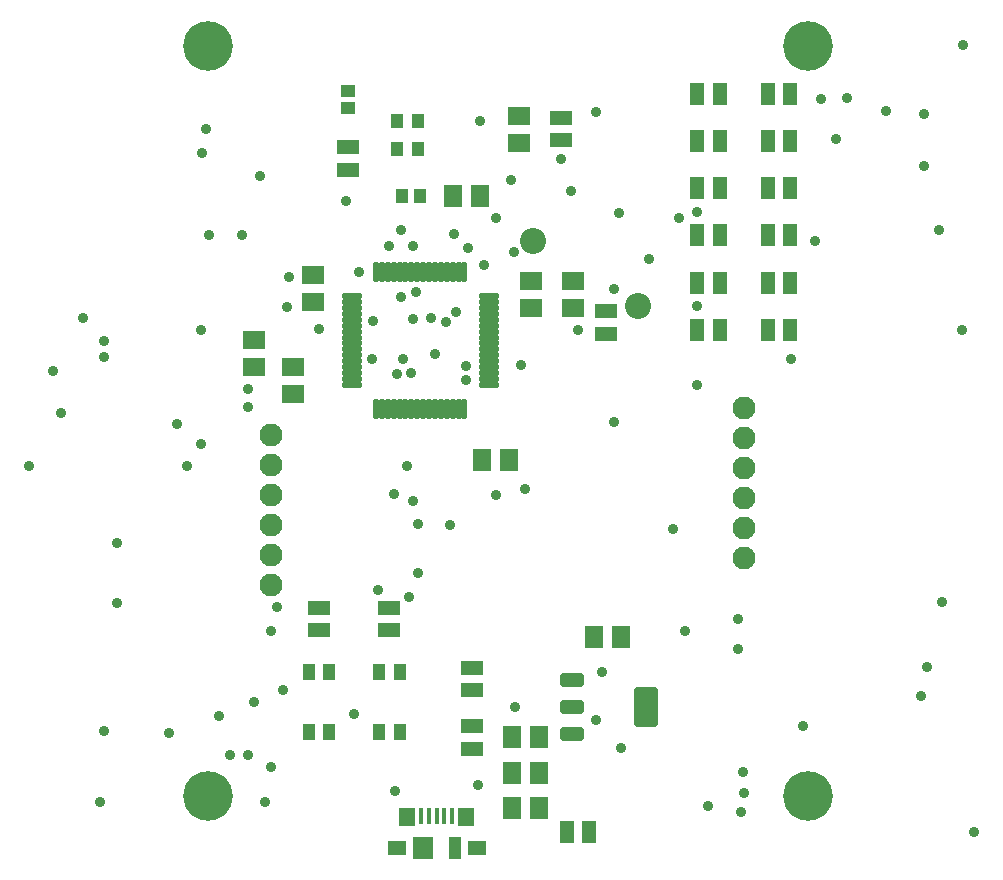
<source format=gbr>
%TF.GenerationSoftware,Altium Limited,Altium Designer,23.3.1 (30)*%
G04 Layer_Color=8388736*
%FSLAX45Y45*%
%MOMM*%
%TF.SameCoordinates,5468FEB5-A0EC-45A8-B7CF-D9D5DC2F6AF5*%
%TF.FilePolarity,Negative*%
%TF.FileFunction,Soldermask,Top*%
%TF.Part,Single*%
G01*
G75*
%TA.AperFunction,SMDPad,CuDef*%
%ADD12R,1.05000X1.30000*%
%ADD15R,1.00000X1.45000*%
%TA.AperFunction,ConnectorPad*%
%ADD19R,1.65000X1.30000*%
%ADD20R,1.80000X1.90000*%
%ADD21R,1.00000X1.90000*%
%ADD22R,1.42500X1.55000*%
%ADD23R,0.45000X1.38000*%
%TA.AperFunction,SMDPad,CuDef*%
%ADD48C,2.20320*%
%ADD49R,1.90320X1.20320*%
G04:AMPARAMS|DCode=50|XSize=3.4032mm|YSize=1.9532mm|CornerRadius=0.1541mm|HoleSize=0mm|Usage=FLASHONLY|Rotation=90.000|XOffset=0mm|YOffset=0mm|HoleType=Round|Shape=RoundedRectangle|*
%AMROUNDEDRECTD50*
21,1,3.40320,1.64500,0,0,90.0*
21,1,3.09500,1.95320,0,0,90.0*
1,1,0.30820,0.82250,1.54750*
1,1,0.30820,0.82250,-1.54750*
1,1,0.30820,-0.82250,-1.54750*
1,1,0.30820,-0.82250,1.54750*
%
%ADD50ROUNDEDRECTD50*%
G04:AMPARAMS|DCode=51|XSize=1.1032mm|YSize=1.9532mm|CornerRadius=0.1511mm|HoleSize=0mm|Usage=FLASHONLY|Rotation=90.000|XOffset=0mm|YOffset=0mm|HoleType=Round|Shape=RoundedRectangle|*
%AMROUNDEDRECTD51*
21,1,1.10320,1.65100,0,0,90.0*
21,1,0.80100,1.95320,0,0,90.0*
1,1,0.30220,0.82550,0.40050*
1,1,0.30220,0.82550,-0.40050*
1,1,0.30220,-0.82550,-0.40050*
1,1,0.30220,-0.82550,0.40050*
%
%ADD51ROUNDEDRECTD51*%
%ADD52R,1.20320X1.00320*%
%ADD53R,1.00320X1.20320*%
%ADD54R,1.20320X1.90320*%
%ADD55O,1.80320X0.50320*%
%ADD56O,0.50320X1.80320*%
%ADD57R,1.60320X1.90320*%
%ADD58R,1.90320X1.60320*%
%TA.AperFunction,TestPad*%
%ADD59C,1.94000*%
%TA.AperFunction,ViaPad*%
%ADD60C,4.20320*%
%ADD61C,0.90320*%
D12*
X8712500Y9135000D02*
D03*
Y9365000D02*
D03*
X8887500D02*
D03*
Y9135000D02*
D03*
D15*
X8135000Y4192500D02*
D03*
X7965000D02*
D03*
X8135000Y4707500D02*
D03*
X7965000D02*
D03*
X8735000Y4192500D02*
D03*
X8565000D02*
D03*
X8735000Y4707500D02*
D03*
X8565000D02*
D03*
D19*
X8712498Y3214999D02*
D03*
X9387498D02*
D03*
D20*
X8935002D02*
D03*
D21*
X9204999D02*
D03*
D22*
X8801251Y3472500D02*
D03*
X9298751D02*
D03*
D23*
X8920001Y3480998D02*
D03*
X8985000D02*
D03*
X9049998D02*
D03*
X9115002D02*
D03*
X9180001D02*
D03*
D48*
X9869221Y8350227D02*
D03*
X10750222Y7799777D02*
D03*
D49*
X10100000Y9205001D02*
D03*
Y9394998D02*
D03*
X8650000Y5055001D02*
D03*
Y5244998D02*
D03*
X8050002Y5055001D02*
D03*
Y5244998D02*
D03*
X8299999Y8954999D02*
D03*
Y9145001D02*
D03*
X10487352Y7758496D02*
D03*
Y7568499D02*
D03*
X9349999Y4740001D02*
D03*
Y4549999D02*
D03*
Y4054998D02*
D03*
Y4245000D02*
D03*
D50*
X10822500Y4410000D02*
D03*
D51*
X10197500Y4180000D02*
D03*
Y4410000D02*
D03*
Y4640000D02*
D03*
D52*
X8300000Y9625000D02*
D03*
Y9475000D02*
D03*
D53*
X8755000Y8730000D02*
D03*
X8905000D02*
D03*
D54*
X11445001Y7600000D02*
D03*
X11254999D02*
D03*
X11445001Y7999999D02*
D03*
X11254999D02*
D03*
X11445001Y8399998D02*
D03*
X11254999D02*
D03*
X11445001Y8799998D02*
D03*
X11254999D02*
D03*
X11445001Y9200002D02*
D03*
X11254999D02*
D03*
X11445001Y9600001D02*
D03*
X11254999D02*
D03*
X10150000Y3350002D02*
D03*
X10339997D02*
D03*
X12045000Y9600001D02*
D03*
X11854998D02*
D03*
X12045000Y9200002D02*
D03*
X11854998D02*
D03*
X12045000Y8799998D02*
D03*
X11854998D02*
D03*
X12045000Y8399998D02*
D03*
X11854998D02*
D03*
X12045001Y7999999D02*
D03*
X11854999D02*
D03*
X12045000Y7600000D02*
D03*
X11854998D02*
D03*
D55*
X9489999Y7884998D02*
D03*
Y7835001D02*
D03*
Y7784998D02*
D03*
Y7735001D02*
D03*
Y7684999D02*
D03*
Y7635001D02*
D03*
Y7584999D02*
D03*
Y7535001D02*
D03*
Y7484999D02*
D03*
Y7435002D02*
D03*
Y7384999D02*
D03*
Y7335002D02*
D03*
Y7284999D02*
D03*
Y7235002D02*
D03*
Y7185000D02*
D03*
Y7135002D02*
D03*
X8330001D02*
D03*
Y7185000D02*
D03*
Y7235002D02*
D03*
Y7284999D02*
D03*
Y7335002D02*
D03*
Y7384999D02*
D03*
Y7435002D02*
D03*
Y7484999D02*
D03*
Y7535001D02*
D03*
Y7584999D02*
D03*
Y7635001D02*
D03*
Y7684999D02*
D03*
Y7735001D02*
D03*
Y7784998D02*
D03*
Y7835001D02*
D03*
Y7884998D02*
D03*
D56*
X9285000Y6929999D02*
D03*
X9234998D02*
D03*
X9185001D02*
D03*
X9134998D02*
D03*
X9085001D02*
D03*
X9034998D02*
D03*
X8985001D02*
D03*
X8934999D02*
D03*
X8885001D02*
D03*
X8834999D02*
D03*
X8785001D02*
D03*
X8734999D02*
D03*
X8685002D02*
D03*
X8634999D02*
D03*
X8585002D02*
D03*
X8534999D02*
D03*
Y8090002D02*
D03*
X8585002D02*
D03*
X8634999D02*
D03*
X8685002D02*
D03*
X8734999D02*
D03*
X8785001D02*
D03*
X8834999D02*
D03*
X8885001D02*
D03*
X8934999D02*
D03*
X8985001D02*
D03*
X9034998D02*
D03*
X9085001D02*
D03*
X9134998D02*
D03*
X9185001D02*
D03*
X9234998D02*
D03*
X9285000D02*
D03*
D57*
X9914300Y3550001D02*
D03*
X9685700D02*
D03*
X9418599Y8730000D02*
D03*
X9189999D02*
D03*
X9664299Y6500002D02*
D03*
X9435699D02*
D03*
X10614299Y5000000D02*
D03*
X10385699D02*
D03*
X9914301Y4149999D02*
D03*
X9685701D02*
D03*
X9914301Y3850000D02*
D03*
X9685701D02*
D03*
D58*
X7999999Y7835702D02*
D03*
Y8064302D02*
D03*
X9749998Y9185699D02*
D03*
Y9414299D02*
D03*
X7500000Y7514300D02*
D03*
Y7285700D02*
D03*
X10200000Y8014299D02*
D03*
Y7785699D02*
D03*
X9849998Y8014299D02*
D03*
Y7785699D02*
D03*
X7830002Y7055698D02*
D03*
Y7284298D02*
D03*
D59*
X7650002Y6707998D02*
D03*
Y6453998D02*
D03*
Y6199998D02*
D03*
Y5945998D02*
D03*
Y5691998D02*
D03*
Y5437998D02*
D03*
X11650000Y5665003D02*
D03*
Y5919003D02*
D03*
Y6173003D02*
D03*
Y6427003D02*
D03*
Y6681003D02*
D03*
Y6935003D02*
D03*
D60*
X7112000Y10007600D02*
D03*
X12192000D02*
D03*
Y3657600D02*
D03*
X7112000D02*
D03*
D61*
X12427620Y9212527D02*
D03*
X9701333Y8256911D02*
D03*
X10550000Y7950000D02*
D03*
X8889970Y5545085D02*
D03*
X8813980Y5336360D02*
D03*
X7750000Y4550000D02*
D03*
X8350000Y4350000D02*
D03*
X10250000Y7600000D02*
D03*
X7650000Y3900000D02*
D03*
X7450000Y4000000D02*
D03*
X7300000D02*
D03*
X8277803Y8687804D02*
D03*
X13200000Y4750000D02*
D03*
X5800000Y7250000D02*
D03*
X8688023Y6211977D02*
D03*
X7645509Y5054491D02*
D03*
X8850000Y6150000D02*
D03*
X9158815Y5950000D02*
D03*
X8895424Y5956300D02*
D03*
X7051040Y7597140D02*
D03*
Y6637020D02*
D03*
X13325700Y5300000D02*
D03*
X12150000Y4250000D02*
D03*
X11350000Y3567000D02*
D03*
X6784340Y4185920D02*
D03*
X8800000Y6450000D02*
D03*
X9400000Y3750000D02*
D03*
X9315160Y8293000D02*
D03*
X9715002Y4409999D02*
D03*
X7450000Y6950000D02*
D03*
X9800000Y6250000D02*
D03*
X10450000Y4700000D02*
D03*
X9418658Y9366665D02*
D03*
X12050000Y7350000D02*
D03*
X7800000Y8050000D02*
D03*
X9550000Y6200000D02*
D03*
X8749321Y7878260D02*
D03*
X8394530Y8087530D02*
D03*
X8746110Y8446110D02*
D03*
X8647640Y8309820D02*
D03*
X8849360Y8313420D02*
D03*
X13600000Y3350000D02*
D03*
X13177673Y8983983D02*
D03*
X9300000Y7174680D02*
D03*
X10100000Y9050000D02*
D03*
X8870500Y7920500D02*
D03*
X8845550Y7689850D02*
D03*
X11250000Y7800000D02*
D03*
X9450000Y8150000D02*
D03*
X9199880Y8412480D02*
D03*
X9550000Y8550000D02*
D03*
X7450000Y7100000D02*
D03*
X7600000Y3600000D02*
D03*
X11250000Y8600000D02*
D03*
X11100000Y8550000D02*
D03*
X9000000Y7700000D02*
D03*
X9126220Y7665720D02*
D03*
X11052368Y5913120D02*
D03*
X10850000Y8200000D02*
D03*
X7700000Y5250000D02*
D03*
X8550000Y5400000D02*
D03*
X7500000Y4450000D02*
D03*
X7100000Y9300000D02*
D03*
X7550000Y8900000D02*
D03*
X11600000Y5150000D02*
D03*
X12519660Y9565640D02*
D03*
X12301220Y9555480D02*
D03*
X12850000Y9450000D02*
D03*
X9679940Y8869680D02*
D03*
X13500000Y7600000D02*
D03*
X7122160Y8404860D02*
D03*
X13300000Y8450000D02*
D03*
X13150000Y4500000D02*
D03*
X10189240Y8771860D02*
D03*
X12250000Y8350000D02*
D03*
X9761220Y7299960D02*
D03*
X10547914Y6817000D02*
D03*
X9032362Y7399741D02*
D03*
X9297580Y7295700D02*
D03*
X11597640Y4902200D02*
D03*
X11150000Y5050000D02*
D03*
X11640820Y3855720D02*
D03*
X10400000Y4300000D02*
D03*
X8700000Y3700000D02*
D03*
X7205980Y4333000D02*
D03*
X6200000Y3600000D02*
D03*
X5867000Y6900000D02*
D03*
X5600000Y6450000D02*
D03*
X10398760Y9443720D02*
D03*
X7066280Y9095740D02*
D03*
X11628120Y3517900D02*
D03*
X8765540Y7353300D02*
D03*
X11648440Y3677920D02*
D03*
X6059145Y7700000D02*
D03*
X6235700Y7506264D02*
D03*
X6934200Y6449060D02*
D03*
X10590982Y8587740D02*
D03*
X13172440Y9428480D02*
D03*
X10607040Y4061460D02*
D03*
X8713500Y7226849D02*
D03*
X9209222Y7749540D02*
D03*
X8498840Y7350760D02*
D03*
X6849999Y6800002D02*
D03*
X7399995Y8399998D02*
D03*
X13505180Y10010140D02*
D03*
X8506460Y7671501D02*
D03*
X11254740Y7132320D02*
D03*
X8831580Y7231380D02*
D03*
X6235700Y4206240D02*
D03*
Y7367270D02*
D03*
X8054340Y7609840D02*
D03*
X6339840Y5285740D02*
D03*
X7780020Y7792720D02*
D03*
X6344920Y5793740D02*
D03*
%TF.MD5,a30e9d9285cc7738eee3045569cf5d32*%
M02*

</source>
